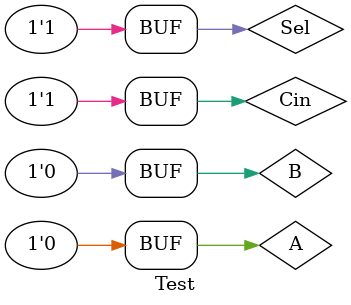
<source format=v>
`timescale 1ns / 1ps


module Test;

	// Inputs
	reg A;
	reg B;
	reg Sel;
	reg Cin;

	// Outputs
	wire S;
	wire Cout;

	// Instantiate the Unit Under Test (UUT)
	one_bit_adder uut (
		.S(S), 
		.Cout(Cout), 
		.A(A), 
		.B(B), 
		.Sel(Sel), 
		.Cin(Cin)
	);

	initial begin
		// Initialize Inputs
		A = 0;
		B = 0;
		Sel = 0;
		Cin = 0;


		// Wait 100 ns for global reset to finish
		#100;
      A = 1;
		B = 0;
		Sel = 0;
		Cin = 0;  
		// Add stimulus here
		#100;
      A = 1;
		B = 0;
		Sel = 0;
		Cin = 1;  
		
		#100;
      A = 1;
		B = 1;
		Sel = 0;
		Cin = 1;

		#100;
      A = 1;
		B = 0;
		Sel = 0;
		Cin = 1;		
		
		#100;
      A = 0;
		B = 0;
		Sel = 0;
		Cin = 1;		
		
		#100;
      A = 0;
		B = 0;
		Sel = 1;
		Cin = 1;		
	end
      
endmodule


</source>
